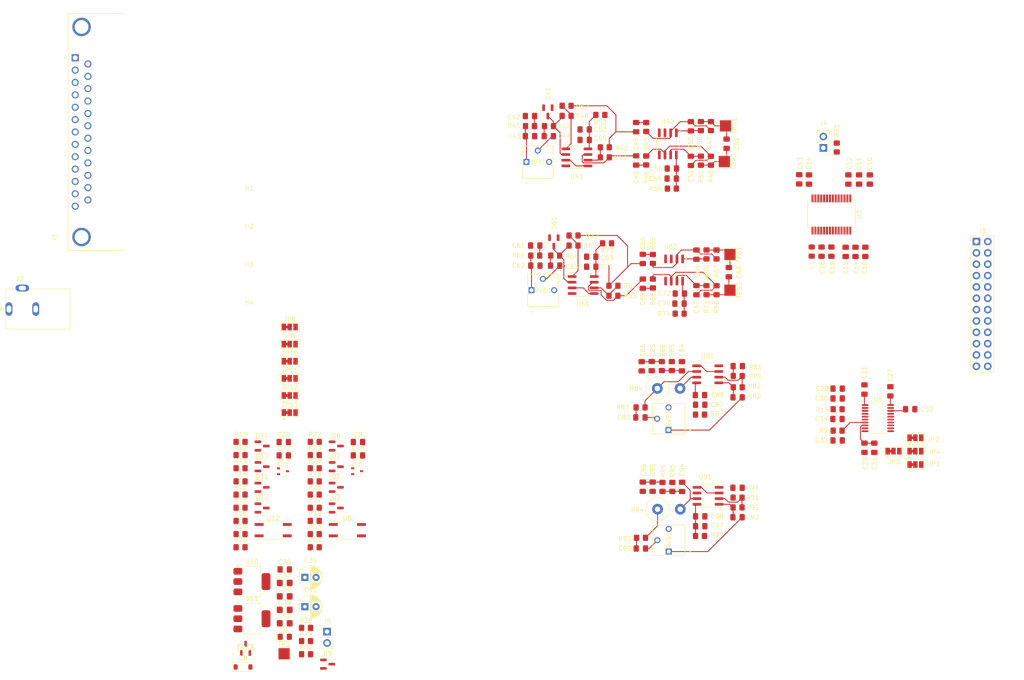
<source format=kicad_pcb>
(kicad_pcb (version 20241229) (generator "pcbnew") (generator_version "9.0")
  (layers (0 "F.Cu" signal) (4 "In1.Cu" signal) (6 "In2.Cu" signal) (2 "B.Cu" signal) (13 "F.Paste" user) (15 "B.Paste" user) (5 "F.SilkS" user "F.Silkscreen") (7 "B.SilkS" user "B.Silkscreen") (1 "F.Mask" user) (3 "B.Mask" user) (25 "Edge.Cuts" user))
  (net 0 "")
  (net 1 "R0_COS")
  (net 2 "GND")
  (net 3 "VREFL")
  (net 4 "R0_VCOM")
  (net 5 "+3.3V")
  (net 6 "R1_VCOM")
  (net 7 "Net-(U3-VREFR)")
  (net 8 "Net-(U3-VCC)")
  (net 9 "R1_CTCSS")
  (net 10 "R1_COS")
  (net 11 "Net-(U5-CAPM)")
  (net 12 "Net-(U5-CAPP)")
  (net 13 "Net-(U5-VNEG)")
  (net 14 "Net-(U5-LDOO)")
  (net 15 "R1_VOUT")
  (net 16 "R0_VOUT")
  (net 17 "+5V")
  (net 18 "VBIAS")
  (net 19 "+12V")
  (net 20 "R0_AUDIO_IN")
  (net 21 "Net-(C42-Pad2)")
  (net 22 "Net-(C43-Pad1)")
  (net 23 "Net-(C44-Pad2)")
  (net 24 "Net-(C44-Pad1)")
  (net 25 "Net-(C45-Pad2)")
  (net 26 "Net-(C45-Pad1)")
  (net 27 "R0_CTCSS")
  (net 28 "Net-(C49-Pad1)")
  (net 29 "Net-(C49-Pad2)")
  (net 30 "Net-(C50-Pad2)")
  (net 31 "Net-(U42A--)")
  (net 32 "Net-(U42B--)")
  (net 33 "Net-(C51-Pad2)")
  (net 34 "R0_VIN-")
  (net 35 "R0_VIN+")
  (net 36 "Net-(U41C-V+)")
  (net 37 "Net-(U42C-V+)")
  (net 38 "R1_AUDIO_IN")
  (net 39 "Net-(C61-Pad2)")
  (net 40 "Net-(C62-Pad1)")
  (net 41 "Net-(C63-Pad1)")
  (net 42 "Net-(C63-Pad2)")
  (net 43 "Net-(C64-Pad2)")
  (net 44 "Net-(C64-Pad1)")
  (net 45 "Net-(C65-Pad2)")
  (net 46 "Net-(C65-Pad1)")
  (net 47 "Net-(U62A--)")
  (net 48 "Net-(C66-Pad2)")
  (net 49 "Net-(C67-Pad2)")
  (net 50 "Net-(U62B--)")
  (net 51 "R1_VIN+")
  (net 52 "R1_VIN-")
  (net 53 "Net-(U61C-V+)")
  (net 54 "Net-(U62C-V+)")
  (net 55 "Net-(C81-Pad2)")
  (net 56 "Net-(C82-Pad1)")
  (net 57 "Net-(C82-Pad2)")
  (net 58 "Net-(C83-Pad1)")
  (net 59 "Net-(C83-Pad2)")
  (net 60 "Net-(C84-Pad2)")
  (net 61 "Net-(C84-Pad1)")
  (net 62 "Net-(C85-Pad1)")
  (net 63 "R0_AUDIO_OUT")
  (net 64 "Net-(U81C-V+)")
  (net 65 "Net-(C91-Pad2)")
  (net 66 "Net-(C92-Pad2)")
  (net 67 "Net-(C92-Pad1)")
  (net 68 "Net-(C93-Pad2)")
  (net 69 "Net-(C93-Pad1)")
  (net 70 "Net-(C94-Pad2)")
  (net 71 "Net-(C94-Pad1)")
  (net 72 "Net-(C95-Pad1)")
  (net 73 "R1_AUDIO_OUT")
  (net 74 "Net-(U91C-V+)")
  (net 76 "Net-(D1-A)")
  (net 77 "R0_PTT")
  (net 79 "Net-(D6-COM)")
  (net 80 "Net-(D7-COM)")
  (net 81 "Net-(J5-Pin_1)")
  (net 82 "Net-(D11-COM)")
  (net 83 "Net-(D12-COM)")
  (net 84 "R1_PTT")
  (net 86 "Net-(D41-COM)")
  (net 87 "Net-(D61-COM)")
  (net 100 "12V_UNFUSED")
  (net 101 "R0_COS_B")
  (net 102 "DAC_DIN")
  (net 104 "DAC_BCK")
  (net 105 "R1_COS_B")
  (net 107 "R1_CTCSS_B")
  (net 109 "ADC_SCK")
  (net 110 "~{ADC_RST}")
  (net 111 "R1_PTT_B")
  (net 113 "R0_PTT_B")
  (net 114 "ADC_BCK")
  (net 115 "DAC_SCK")
  (net 116 "ADC_DOUT")
  (net 117 "R0_CTCSS_B")
  (net 118 "DAC_LRCK")
  (net 119 "ADC_LRCK")
  (net 120 "ADC_HPFBYPASS")
  (net 121 "FLT")
  (net 122 "XSMT")
  (net 123 "DEMP")
  (net 124 "FMT")
  (net 125 "FMT0")
  (net 126 "FMT1")
  (net 127 "S{slash}~{M}")
  (net 128 "OSR0")
  (net 129 "OSR2")
  (net 130 "OSR1")
  (net 131 "Net-(U5-OUTR)")
  (net 132 "Net-(R13-Pad2)")
  (net 133 "Net-(U5-OUTL)")
  (net 134 "Net-(R26-Pad2)")
  (net 135 "Net-(U41B--)")
  (net 136 "Net-(R49-Pad2)")
  (net 137 "Net-(U61B--)")
  (net 138 "Net-(R69-Pad2)")
  (net 139 "Net-(U81A--)")
  (net 140 "Net-(U81B--)")
  (net 141 "Net-(U91A--)")
  (net 142 "Net-(U91B--)")
  (footprint "Connector_PinHeader_2.54mm:PinHeader_1x02_P2.54mm_Vertical" (layer "F.Cu") (at 106.3425 172.225)
    (property "Reference" "J5")
    (property "Value" "Conn_01x02")
  )
  (footprint "Capacitor_SMD:C_0805_2012Metric_Pad1.18x1.45mm_HandSolder" (layer "F.Cu") (at 189.8375 121.4)
    (property "Reference" "C87")
    (property "Value" "10u")
  )
  (footprint "Resistor_SMD:R_0805_2012Metric_Pad1.20x1.40mm_HandSolder" (layer "F.Cu") (at 101.6425 177.275)
    (property "Reference" "R30")
    (property "Value" "10k")
  )
  (footprint "Capacitor_SMD:C_0805_2012Metric_Pad1.18x1.45mm_HandSolder" (layer "F.Cu") (at 232.4 118.4 90)
    (property "Reference" "C27")
    (property "Value" "0.1uF")
  )
  (footprint "Capacitor_SMD:C_0805_2012Metric_Pad1.18x1.45mm_HandSolder" (layer "F.Cu") (at 189.7875 119.25)
    (property "Reference" "C88")
    (property "Value" "0.1u")
  )
  (footprint "Jumper:SolderJumper-3_P1.3mm_Bridged12_Pad1.0x1.5mm" (layer "F.Cu") (at 233.1 131.8)
    (property "Reference" "JP3")
    (property "Value" "SolderJumper_3_Bridged12")
  )
  (footprint "Capacitor_SMD:C_0805_2012Metric_Pad1.18x1.45mm_HandSolder" (layer "F.Cu") (at 179.2 139.7625 -90)
    (property "Reference" "C95")
    (property "Value" "100p")
  )
  (footprint "Capacitor_SMD:C_0805_2012Metric_Pad1.18x1.45mm_HandSolder" (layer "F.Cu") (at 219.2 87.125 -90)
    (property "Reference" "C19")
    (property "Value" "0.1u")
  )
  (footprint "Capacitor_SMD:C_0805_2012Metric_Pad1.18x1.45mm_HandSolder" (layer "F.Cu") (at 236.8375 122.4)
    (property "Reference" "C32")
    (property "Value" "0.1uF")
  )
  (footprint "Resistor_SMD:R_0805_2012Metric_Pad1.20x1.40mm_HandSolder" (layer "F.Cu") (at 159.95 54.45)
    (property "Reference" "R52")
    (property "Value" "1k")
  )
  (footprint "Resistor_SMD:R_0805_2012Metric_Pad1.20x1.40mm_HandSolder" (layer "F.Cu") (at 198.2 144.4 180)
    (property "Reference" "R92")
    (property "Value" "20k")
  )
  (footprint "Resistor_SMD:R_0805_2012Metric_Pad1.20x1.40mm_HandSolder" (layer "F.Cu") (at 167.5 56.5 180)
    (property "Reference" "R53")
    (property "Value" "47")
  )
  (footprint "Capacitor_SMD:C_0805_2012Metric_Pad1.18x1.45mm_HandSolder" (layer "F.Cu") (at 185.8 139.8 -90)
    (property "Reference" "C94")
    (property "Value" "10uF")
  )
  (footprint "Jumper:SolderJumper-3_P1.3mm_Bridged12_Pad1.0x1.5mm" (layer "F.Cu") (at 97.9825 107.83)
    (property "Reference" "JP9")
    (property "Value" "SolderJumper_3_Bridged12")
  )
  (footprint "TestPoint:TestPoint_Pad_2.5x2.5mm" (layer "F.Cu") (at 96.7325 177.165)
    (property "Reference" "TP1")
    (property "Value" "TestPoint")
  )
  (footprint "Package_TO_SOT_SMD:SOT-23" (layer "F.Cu") (at 108.4025 135.275)
    (property "Reference" "D7")
    (property "Value" "BAT54S")
  )
  (footprint "Capacitor_SMD:C_0805_2012Metric_Pad1.18x1.45mm_HandSolder" (layer "F.Cu") (at 212 70.925 90)
    (property "Reference" "C13")
    (property "Value" "10u")
  )
  (footprint "Package_TO_SOT_SMD:SOT-23" (layer "F.Cu") (at 108.4025 130.65)
    (property "Reference" "D6")
    (property "Value" "BAT54S")
  )
  (footprint "Capacitor_SMD:C_0805_2012Metric_Pad1.18x1.45mm_HandSolder" (layer "F.Cu") (at 96.8625 158.305)
    (property "Reference" "C36")
    (property "Value" "10u")
  )
  (footprint "Resistor_SMD:R_0805_2012Metric_Pad1.20x1.40mm_HandSolder" (layer "F.Cu") (at 220.6 122.4)
    (property "Reference" "R15")
    (property "Value" "470")
  )
  (footprint "Capacitor_SMD:C_0805_2012Metric_Pad1.18x1.45mm_HandSolder" (layer "F.Cu") (at 195.75 62.95 90)
    (property "Reference" "C52")
    (property "Value" "0.01u")
  )
  (footprint "Capacitor_SMD:C_0805_2012Metric_Pad1.18x1.45mm_HandSolder" (layer "F.Cu") (at 189 95.75 90)
    (property "Reference" "C67")
    (property "Value" "1800p")
  )
  (footprint "Capacitor_SMD:C_0805_2012Metric_Pad1.18x1.45mm_HandSolder" (layer "F.Cu") (at 177 88.75 90)
    (property "Reference" "C64")
    (property "Value" "4.7u")
  )
  (footprint "Capacitor_SMD:C_0805_2012Metric_Pad1.18x1.45mm_HandSolder" (layer "F.Cu") (at 226.8 87.1625 -90)
    (property "Reference" "C16")
    (property "Value" "1u")
  )
  (footprint "Resistor_SMD:R_0805_2012Metric_Pad1.20x1.40mm_HandSolder" (layer "F.Cu") (at 103.5825 150.375)
    (property "Reference" "R33")
    (property "Value" "4.7k")
  )
  (footprint "bruce-footprints:SOT23-3L_STM" (layer "F.Cu") (at 88.1047 175.9566)
    (property "Reference" "CR11")
    (property "Value" "ESDA14V2LY")
  )
  (footprint "Diode_SMD:D_SOD-123" (layer "F.Cu") (at 87.5275 180.135)
    (property "Reference" "D8")
    (property "Value" "5.1V")
  )
  (footprint "Package_TO_SOT_SMD:SOT-23" (layer "F.Cu") (at 106.4625 179.5)
    (property "Reference" "D9")
    (property "Value" "BAT54C")
  )
  (footprint "Package_TO_SOT_SMD:SOT-223-3_TabPin2" (layer "F.Cu") (at 89.5325 169.325)
    (property "Reference" "U11")
    (property "Value" "NCP1117-3.3_SOT223")
  )
  (footprint "Capacitor_SMD:C_0805_2012Metric_Pad1.18x1.45mm_HandSolder" (layer "F.Cu") (at 185.75 112.7875 -90)
    (property "Reference" "C84")
    (property "Value" "10uF")
  )
  (footprint "Resistor_SMD:R_0805_2012Metric_Pad1.20x1.40mm_HandSolder" (layer "F.Cu") (at 159.95 56.7)
    (property "Reference" "R49")
    (property "Value" "100k")
  )
  (footprint "Resistor_SMD:R_0805_2012Metric_Pad1.20x1.40mm_HandSolder" (layer "F.Cu") (at 86.9825 150.375)
    (property "Reference" "R19")
    (property "Value" "4.7k")
  )
  (footprint "Jumper:SolderJumper-3_P1.3mm_Bridged12_Pad1.0x1.5mm" (layer "F.Cu") (at 238 131.8)
    (property "Reference" "JP4")
    (property "Value" "SolderJumper_3_Bridged12")
  )
  (footprint "Package_TO_SOT_SMD:SOT-23" (layer "F.Cu") (at 155.75 55.8125 -90)
    (property "Reference" "D41")
    (property "Value" "BAT54S")
  )
  (footprint "Package_TO_SOT_SMD:SOT-23" (layer "F.Cu") (at 91.8025 135.275)
    (property "Reference" "D12")
    (property "Value" "BAT54S")
  )
  (footprint "Resistor_SMD:R_0805_2012Metric_Pad1.20x1.40mm_HandSolder" (layer "F.Cu") (at 86.9825 141.525)
    (property "Reference" "R16")
    (property "Value" "4.7k")
  )
  (footprint "Capacitor_THT:CP_Radial_D5.0mm_P2.50mm" (layer "F.Cu") (at 101.382275 166.625)
    (property "Reference" "C41")
    (property "Value" "470u")
  )
  (footprint "Resistor_SMD:R_0805_2012Metric_Pad1.20x1.40mm_HandSolder" (layer "F.Cu") (at 192.25 66.75 -90)
    (property "Reference" "R48")
    (property "Value" "1k")
  )
  (footprint "Resistor_SMD:R_0805_2012Metric_Pad1.20x1.40mm_HandSolder" (layer "F.Cu") (at 168.5 63.75 180)
    (property "Reference" "R42")
    (property "Value" "4.7k")
  )
  (footprint "Capacitor_SMD:C_0805_2012Metric_Pad1.18x1.45mm_HandSolder" (layer "F.Cu") (at 179 112.75 -90)
    (property "Reference" "C85")
    (property "Value" "100p")
  )
  (footprint "Capacitor_SMD:C_0805_2012Metric_Pad1.18x1.45mm_HandSolder" (layer "F.Cu") (at 163.9875 62.1 180)
    (property "Reference" "C55")
    (property "Value" "01.u")
  )
  (footprint "Capacitor_SMD:C_0805_2012Metric_Pad1.18x1.45mm_HandSolder" (layer "F.Cu") (at 177 94.2875 -90)
    (property "Reference" "C65")
    (property "Value" "4.7u")
  )
  (footprint "Package_SO:SOIC-8_3.9x4.9mm_P1.27mm" (layer "F.Cu") (at 184 91.225 -90)
    (property "Reference" "U62")
    (property "Value" "TL072")
  )
  (footprint "Capacitor_SMD:C_0805_2012Metric_Pad1.18x1.45mm_HandSolder" (layer "F.Cu") (at 220.6 120 180)
    (property "Reference" "C30")
    (property "Value" "2.2uF")
  )
  (footprint "Package_TO_SOT_SMD:SOT-23" (layer "F.Cu") (at 157.0875 84.9375 -90)
    (property "Reference" "D61")
    (property "Value" "BAT54S")
  )
  (footprint "Capacitor_SMD:C_0805_2012Metric_Pad1.18x1.45mm_HandSolder" (layer "F.Cu") (at 113.2525 129.755)
    (property "Reference" "C9")
    (property "Value" "100p")
  )
  (footprint "Resistor_SMD:R_0805_2012Metric_Pad1.20x1.40mm_HandSolder" (layer "F.Cu") (at 168.5 66)
    (property "Reference" "R43")
    (property "Value" "4.7k")
  )
  (footprint "bruce-footprints:Power_5.5mm_CUI_PJ-102AH" (layer "F.Cu") (at 41.6475 99.975)
    (property "Reference" "J2")
    (property "Value" "PJ-102AH")
  )
  (footprint "MountingHole:MountingHole_3.5mm" (layer "F.Cu") (at 88.8825 103.055)
    (property "Reference" "H4")
    (property "Value" "MountingHole")
  )
  (footprint "Resistor_SMD:R_0805_2012Metric_Pad1.20x1.40mm_HandSolder" (layer "F.Cu") (at 103.5825 129.725)
    (property "Reference" "R22")
    (property "Value" "2.2k")
  )
  (footprint "bruce-footprints:POT_3362P" (layer "F.Cu") (at 152.095 95.75)
    (property "Reference" "RV61")
    (property "Value" "50k")
  )
  (footprint "Package_SO:SOIC-8_3.9x4.9mm_P1.27mm" (layer "F.Cu") (at 163.65 94.595)
    (property "Reference" "U61")
    (property "Value" "TL072")
  )
  (footprint "Package_SO:SSOP-28_5.3x10.2mm_P0.65mm" (layer "F.Cu") (at 219.2 78.8 -90)
    (property "Reference" "U3")
    (property "Value" "PCM1804DBR")
  )
  (footprint "Resistor_SMD:R_0805_2012Metric_Pad1.20x1.40mm_HandSolder" (layer "F.Cu") (at 86.9825 132.675)
    (property "Reference" "R12")
    (property "Value" "2.2k")
  )
  (footprint "Resistor_SMD:R_0805_2012Metric_Pad1.20x1.40mm_HandSolder" (layer "F.Cu") (at 183.5 73)
    (property "Reference" "R54")
    (property "Value" "47")
  )
  (footprint "Capacitor_SMD:C_0805_2012Metric_Pad1.18x1.45mm_HandSolder" (layer "F.Cu") (at 226.6 131.0375 -90)
    (property "Reference" "C29")
    (property "Value" "0.1uF")
  )
  (footprint "Connector_PinHeader_2.54mm:PinHeader_1x02_P2.54mm_Vertical" (layer "F.Cu") (at 217.4 63.875 180)
    (property "Reference" "J4")
    (property "Value" "Conn_01x02")
  )
  (footprint "Resistor_SMD:R_0805_2012Metric_Pad1.20x1.40mm_HandSolder" (layer "F.Cu") (at 86.9825 144.475)
    (property "Reference" "R17")
    (property "Value" "10k")
  )
  (footprint "Resistor_SMD:R_0805_2012Metric_Pad1.20x1.40mm_HandSolder" (layer "F.Cu") (at 220.4 63.8 -90)
    (property "Reference" "R31")
    (property "Value" "4.7k")
  )
  (footprint "Jumper:SolderJumper-3_P1.3mm_Bridged12_Pad1.0x1.5mm" (layer "F.Cu") (at 97.9825 103.995)
    (property "Reference" "JP8")
    (property "Value" "SolderJumper_3_Bridged12")
  )
  (footprint "Resistor_SMD:R_0805_2012Metric_Pad1.20x1.40mm_HandSolder" (layer "F.Cu") (at 86.9825 138.575)
    (property "Reference" "R14")
    (property "Value" "4.7k")
  )
  (footprint "Resistor_SMD:R_0805_2012Metric_Pad1.20x1.40mm_HandSolder" (layer "F.Cu") (at 189.8 150.8)
    (property "Reference" "R97")
    (property "Value" "47")
  )
  (footprint "Resistor_SMD:R_0805_2012Metric_Pad1.20x1.40mm_HandSolder" (layer "F.Cu") (at 176.5 122)
    (property "Reference" "R83")
    (property "Value" "20k")
  )
  (footprint "bruce-footprints:POT_3362P" (layer "F.Cu") (at 182.75 127.08 90)
    (property "Reference" "RV81")
    (property "Value" "50k")
  )
  (footprint "Resistor_SMD:R_0805_2012Metric_Pad1.20x1.40mm_HandSolder" (layer "F.Cu") (at 220.6 127.2)
    (property "Reference" "R9")
    (property "Value" "470")
  )
  (footprint "TestPoint:TestPoint_Pad_2.5x2.5mm" (layer "F.Cu") (at 195.5 58.95 -90)
    (property "Reference" "TP41")
    (property "Value" "TestPoint")
  )
  (footprint "Capacitor_SMD:C_0805_2012Metric_Pad1.18x1.45mm_HandSolder" (layer "F.Cu") (at 165.4625 88.25 180)
    (property "Reference" "C69")
    (property "Value" "10u")
  )
  (footprint "Resistor_SMD:R_0805_2012Metric_Pad1.20x1.40mm_HandSolder" (layer "F.Cu") (at 151.75 59 180)
    (property "Reference" "R41")
    (property "Value" "1k")
  )
  (footprint "Resistor_SMD:R_0805_2012Metric_Pad1.20x1.40mm_HandSolder" (layer "F.Cu") (at 177.75 66.7 90)
    (property "Reference" "R46")
    (property "Value" "1k")
  )
  (footprint "Capacitor_SMD:C_0805_2012Metric_Pad1.18x1.45mm_HandSolder" (layer "F.Cu") (at 198.2 140 180)
    (property "Reference" "C91")
    (property "Value" "4.7u")
  )
  (footprint "Package_TO_SOT_SMD:SOT-23" (layer "F.Cu") (at 108.4025 139.9)
    (property "Reference" "Q1")
    (property "Value" "MMBT3904")
  )
  (footprint "Capacitor_SMD:C_0805_2012Metric_Pad1.18x1.45mm_HandSolder" (layer "F.Cu") (at 152.9625 90.25)
    (property "Reference" "C62")
    (property "Value" "0.001u")
  )
  (footprint "Resistor_THT:R_Axial_DIN0516_L15.5mm_D5.0mm_P5.08mm_Vertical" (layer "F.Cu") (at 180.31 144.8)
    (property "Reference" "R94")
    (property "Value" "100k")
  )
  (footprint "TestPoint:TestPoint_Pad_2.5x2.5mm" (layer "F.Cu") (at 196.5 87.75 -90)
    (property "Reference" "TP61")
    (property "Value" "TestPoint")
  )
  (footprint "Capacitor_SMD:C_0805_2012Metric_Pad1.18x1.45mm_HandSolder" (layer "F.Cu") (at 226.6 118 90)
    (property "Reference" "C21")
    (property "Value" "0.1uF")
  )
  (footprint "Capacitor_SMD:C_0805_2012Metric_Pad1.18x1.45mm_HandSolder" (layer "F.Cu") (at 163.9875 59.75 180)
    (property "Reference" "C53")
    (property "Value" "10u")
  )
  (footprint "Resistor_SMD:R_0805_2012Metric_Pad1.20x1.40mm_HandSolder" (layer "F.Cu") (at 192.25 59 90)
    (property "Reference" "R47")
    (property "Value" "1k")
  )
  (footprint "Capacitor_SMD:C_0805_2012Metric_Pad1.18x1.45mm_HandSolder" (layer "F.Cu") (at 113.2525 132.765)
    (property "Reference" "C48")
    (property "Value" "100p")
  )
  (footprint "bruce-footprints:CPOL_0805_2012Metric_Pad1.18x1.45mm_HandSolder" (layer "F.Cu") (at 96.8625 167.335)
    (property "Reference" "C39")
    (property "Value" "10u")
  )
  (footprint "Resistor_SMD:R_0805_2012Metric_Pad1.20x1.40mm_HandSolder" (layer "F.Cu") (at 193.5 95.75 -90)
    (property "Reference" "R68")
    (property "Value" "1k")
  )
  (footprint "Jumper:SolderJumper-3_P1.3mm_Bridged12_Pad1.0x1.5mm" (layer "F.Cu") (at 238 128.8)
    (property "Reference" "JP2")
    (property "Value" "SolderJumper_3_Bridged12")
  )
  (footprint "Jumper:SolderJumper-3_P1.3mm_Bridged12_Pad1.0x1.5mm" (layer "F.Cu") (at 97.9825 123.17)
    (property "Reference" "JP13")
    (property "Value" "SolderJumper_3_Bridged12")
  )
  (footprint "TestPoint:TestPoint_Pad_2.5x2.5mm" (layer "F.Cu") (at 195.25 66.95 -90)
    (property "Reference" "TP42")
    (property "Value" "TestPoint")
  )
  (footprint "Resistor_SMD:R_0805_2012Metric_Pad1.20x1.40mm_HandSolder" (layer "F.Cu") (at 185.25 101)
    (property "Reference" "R74")
    (property "Value" "47")
  )
  (footprint "Resistor_SMD:R_0805_2012Metric_Pad1.20x1.40mm_HandSolder" (layer "F.Cu") (at 161.5 83.5)
    (property "Reference" "R72")
    (property "Value" "1k")
  )
  (footprint "bruce-footprints:CPOL_0805_2012Metric_Pad1.18x1.45mm_HandSolder" (layer "F.Cu") (at 96.8625 164.325)
    (property "Reference" "C38")
    (property "Value" "10u")
  )
  (footprint "Capacitor_SMD:C_0805_2012Metric_Pad1.18x1.45mm_HandSolder" (layer "F.Cu") (at 177 139.7625 -90)
    (property "Reference" "C96")
    (property "Value" "10uF")
  )
  (footprint "Package_TO_SOT_SMD:SOT-323_SC-70" (layer "F.Cu") (at 96.4725 136.3)
    (property "Reference" "D13")
    (property "Value" "BAT54W")
  )
  (footprint "Capacitor_SMD:C_0805_2012Metric_Pad1.18x1.45mm_HandSolder" (layer "F.Cu") (at 176.75 112.7875 -90)
    (property "Reference" "C86")
    (property "Value" "10uF")
  )
  (footprint "Resistor_SMD:R_0805_2012Metric_Pad1.20x1.40mm_HandSolder" (layer "F.Cu") (at 176.6 151.2)
    (property "Reference" "R93")
    (property "Value" "20k")
  )
  (footprint "Package_TO_SOT_SMD:SOT-23" (layer "F.Cu") (at 91.8025 144.525)
    (property "Reference" "Q12")
    (property "Value" "MMBT3904")
  )
  (footprint "Capacitor_SMD:C_0805_2012Metric_Pad1.18x1.45mm_HandSolder" (layer "F.Cu") (at 196.25 91.7125 90)
    (property "Reference" "C68")
    (property "Value" "0.01u")
  )
  (footprint "Capacitor_SMD:C_0805_2012Metric_Pad1.18x1.45mm_HandSolder" (layer "F.Cu") (at 220.5625 124.6)
    (property "Reference" "C34")
    (property "Value" "2.2nF")
  )
  (footprint "Resistor_SMD:R_0805_2012Metric_Pad1.20x1.40mm_HandSolder" (layer "F.Cu") (at 103.5825 144.475)
    (property "Reference" "R27")
    (property "Value" "4.7k")
  )
  (footprint "Capacitor_SMD:C_0805_2012Metric_Pad1.18x1.45mm_HandSolder" (layer "F.Cu") (at 228.8 131.0375 -90)
    (property "Reference" "C31")
    (property "Value" "10u")
  )
  (footprint "Capacitor_SMD:C_0805_2012Metric_Pad1.18x1.45mm_HandSolder" (layer "F.Cu") (at 165.4625 90.5 180)
    (property "Reference" "C71")
    (property "Value" "01.u")
  )
  (footprint "MountingHole:MountingHole_3.5mm" (layer "F.Cu") (at 88.8825 94.505)
    (property "Reference" "H3")
    (property "Value" "MountingHole")
  )
  (footprint "Capacitor_SMD:C_0805_2012Metric_Pad1.18x1.45mm_HandSolder" (layer "F.Cu") (at 198.25 112.75 180)
    (property "Reference" "C81")
    (property "Value" "4.7u")
  )
  (footprint "MountingHole:MountingHole_3.5mm" (layer "F.Cu") (at 88.8825 85.955)
    (property "Reference" "H2")
    (property "Value" "MountingHole")
  )
  (footprint "Package_SO:TSSOP-20_4.4x6.5mm_P0.65mm" (layer "F.Cu") (at 229.6 124.4)
    (property "Reference" "U5")
    (property "Value" "PCM5100")
  )
  (footprint "Package_SO:SOIC-8_3.9x4.9mm_P1.27mm" (layer "F.Cu") (at 191.6 141.8 180)
    (property "Reference" "U91")
    (property "Value" "TL072")
  )
  (footprint "Capacitor_SMD:C_0805_2012Metric_Pad1.18x1.45mm_HandSolder" (layer "F.Cu") (at 96.6525 129.755)
    (property "Reference" "C20")
    (property "Value" "100p")
  )
  (footprint "Resistor_SMD:R_0805_2012Metric_Pad1.20x1.40mm_HandSolder" (layer "F.Cu") (at 156 59)
    (property "Reference" "R44")
    (property "Value" "20k")
  )
  (footprint "Package_TO_SOT_SMD:SOT-323_SC-70" (layer "F.Cu") (at 113.0725 136.3)
    (property "Reference" "D3")
    (property "Value" "BAT54W")
  )
  (footprint "Capacitor_THT:CP_Radial_D5.0mm_P2.50mm" (layer "F.Cu") (at 101.382275 160.075)
    (property "Reference" "C35")
    (property "Value" "100uF")
  )
  (footprint "Capacitor_SMD:C_0805_2012Metric_Pad1.18x1.45mm_HandSolder" (layer "F.Cu") (at 183.5 68.5 180)
    (property "Reference" "C56")
    (property "Value" "01.u")
  )
  (footprint "Resistor_SMD:R_0805_2012Metric_Pad1.20x1.40mm_HandSolder" (layer "F.Cu") (at 101.6425 174.325)
    (property "Reference" "R29")
    (property "Value" "10k")
  )
  (footprint "Resistor_SMD:R_0805_2012Metric_Pad1.20x1.40mm_HandSolder" (layer "F.Cu") (at 198.2 142.2)
    (property "Reference" "R91")
    (property "Value" "20k")
  )
  (footprint "MountingHole:MountingHole_3.5mm" (layer "F.Cu") (at 88.8825 77.405)
    (property "Reference" "H1")
    (property "Value" "MountingHole")
  )
  (footprint "Resistor_SMD:R_0805_2012Metric_Pad1.20x1.40mm_HandSolder" (layer "F.Cu") (at 170.425 97)
    (property "Reference" "R63")
    (property "Value" "4.7k")
  )
  (footprint "Package_SO:SO-4_4.4x3.6mm_P2.54mm" (layer "F.Cu") (at 110.8825 149.49)
    (property "Reference" "U8")
    (property "Value" "LTV-356T")
  )
  (footprint "Package_SO:SOIC-8_3.9x4.9mm_P1.27mm" (layer "F.Cu") (at 182.595 62.975 -90)
    (property "Reference" "U42")
    (property "Value" "TL072")
  )
  (footprint "Package_SO:SO-4_4.4x3.6mm_P2.54mm" (layer "F.Cu") (at 94.2825 149.49)
    (property "Reference" "U12")
    (property "Value" "LTV-356T")
  )
  (footprint "TestPoint:TestPoint_Pad_2.5x2.5mm" (layer "F.Cu") (at 196.5 95.75 -90)
    (property "Reference" "TP62")
    (property "Value" "TestPoint")
  )
  (footprint "Resistor_SMD:R_0805_2012Metric_Pad1.20x1.40mm_HandSolder" (layer "F.Cu") (at 157.3875 88)
    (property "Reference" "R64")
    (property "Value" "20k")
  )
  (footprint "Jumper:SolderJumper-3_P1.3mm_Bridged12_Pad1.0x1.5mm" (layer "F.Cu") (at 97.9825 111.665)
    (property "Reference" "JP10")
    (property "Value" "SolderJumper_3_Bridged12")
  )
  (footprint "Resistor_SMD:R_0805_2012Metric_Pad1.20x1.40mm_HandSolder" (layer "F.Cu") (at 181.4 139.8 90)
    (property "Reference" "R96")
    (property "Value" "510")
  )
  (footprint "bruce-footprints:POT_3362P" (layer "F.Cu") (at 150.96 67.0174)
    (property "Reference" "RV41")
    (property "Value" "50k")
  )
  (footprint "Capacitor_SMD:C_0805_2012Metric_Pad1.18x1.45mm_HandSolder" (layer "F.Cu") (at 151.75 56.75)
    (property "Reference" "C42")
    (property "Value" "4.7u")
  )
  (footprint "Inductor_SMD:L_0805_2012Metric_Pad1.15x1.40mm_HandSolder" (layer "F.Cu") (at 214.8 87.1 90)
    (property "Reference" "L1")
    (property "Value" "47u")
  )
  (footprint "Resistor_SMD:R_0805_2012Metric_Pad1.20x1.40mm_HandSolder" (layer "F.Cu") (at 170.425 94.75)
    (property "Reference" "R62")
    (property "Value" "4.7k")
  )
  (footprint "Package_TO_SOT_SMD:SOT-23" (layer "F.Cu") (at 91.8025 139.9)
    (property "Reference" "Q11")
    (property "Value" "MMBT3904")
  )
  (footprint "Package_SO:SOIC-8_3.9x4.9mm_P1.27mm" (layer "F.Cu") (at 162.25 66)
    (property "Reference" "U41")
    (property "Value" "TL072")
  )
  (footprint "Connector_PinHeader_2.54mm:PinHeader_2x12_P2.54mm_Vertical" (layer "F.Cu") (at 251.66 84.86)
    (property "Reference" "J3")
    (property "Value" "Conn_02x12_Odd_Even")
  )
  (footprint "Resistor_SMD:R_0805_2012Metric_Pad1.20x1.40mm_HandSolder" (layer "F.Cu") (at 190 59 90)
    (property "Reference" "R50")
    (property "Value" "47")
  )
  (footprint "bruce-footprints:AMPHENOL_L77SDB25SA4CH4F" (layer "F.Cu") (at 51.4 60.32 90)
    (property "Reference" "J1")
    (property "Value" "DB25_Socket")
  )
  (footprint "Resistor_SMD:R_0805_2012Metric_Pad1.20x1.40mm_HandSolder" (layer "F.Cu") (at 169 85.25 180)
    (property "Reference" "R73")
    (property "Value" "47")
  )
  (footprint "Capacitor_SMD:C_0805_2012Metric_Pad1.18x1.45mm_HandSolder" (layer "F.Cu") (at 217 87.125 -90)
    (property "Reference" "C18")
    (property "Value" "10u")
  )
  (footprint "Capacitor_SMD:C_0805_2012Metric_Pad1.18x1.45mm_HandSolder" (layer "F.Cu") (at 223 70.9625 90)
    (property "Reference" "C12")
    (property "Value" "1u")
  )
  (footprint "Resistor_SMD:R_0805_2012Metric_Pad1.20x1.40mm_HandSolder" (layer "F.Cu") (at 179.25 88.75 -90)
    (property "Reference" "R65")
    (property "Value" "1k")
  )
  (footprint "Jumper:SolderJumper-3_P1.3mm_Bridged12_Pad1.0x1.5mm" (layer "F.Cu") (at 238 134.8)
    (property "Reference" "JP1")
    (property "Value" "SolderJumper_3_Bridged12")
  )
  (footprint "Resistor_SMD:R_0805_2012Metric_Pad1.20x1.40mm_HandSolder" (layer "F.Cu") (at 101.6425 171.375)
    (property "Reference" "R28")
    (property "Value" "100")
  )
  (footprint "Resistor_SMD:R_0805_2012Metric_Pad1.20x1.40mm_HandSolder" (layer "F.Cu") (at 86.9825 129.725)
    (property "Reference" "R11")
    (property "Value" "2.2k")
  )
  (footprint "Capacitor_SMD:C_0805_2012Metric_Pad1.18x1.45mm_HandSolder" (layer "F.Cu") (at 152.925 85.75)
    (property "Reference" "C61")
    (property "Value" "4.7u")
  )
  (footprint "Capacitor_SMD:C_0805_2012Metric_Pad1.18x1.45mm_HandSolder" (layer "F.Cu") (at 220.6 117.8 180)
    (property "Reference" "C28")
    (property "Value" "2.2uF")
  )
  (footprint "Package_TO_SOT_SMD:SOT-223-3_TabPin2" (layer "F.Cu") (at 89.5325 161)
    (property "Reference" "U10")
    (property "Value" "NCP1117-5.0_SOT223")
  )
  (footprint "Capacitor_SMD:C_0805_2012Metric_Pad1.18x1.45mm_HandSolder" (layer "F.Cu") (at 176.4625 124.25 180)
    (property "Reference" "C83")
    (property "Value" "4.7u")
  )
  (footprint "Capacitor_SMD:C_0805_2012Metric_Pad1.18x1.45mm_HandSolder" (layer "F.Cu") (at 175.5 59.2375 90)
    (property "Reference" "C45")
    (property "Value" "4.7u")
  )
  (footprint "Resistor_SMD:R_0805_2012Metric_Pad1.20x1.40mm_HandSolder" (layer "F.Cu") (at 152.925 88 180)
    (property "Reference" "R61")
    (property "Value" "1k")
  )
  (footprint "Capacitor_SMD:C_0805_2012Metric_Pad1.18x1.45mm_HandSolder" (layer "F.Cu") (at 187.75 66.7875 90)
    (property "Reference" "C51")
    (property "Value" "1800p")
  )
  (footprint "Package_TO_SOT_SMD:SOT-23" (layer "F.Cu") (at 91.8025 130.65)
    (property "Reference" "D11")
    (property "Value" "BAT54S")
  )
  (footprint "Capacitor_SMD:C_0805_2012Metric_Pad1.18x1.45mm_HandSolder" (layer "F.Cu") (at 176.5625 153.6 180)
    (property "Reference" "C93")
    (property "Value" "4.7u")
  )
  (footprint "Resistor_SMD:R_0805_2012Metric_Pad1.20x1.40mm_HandSolder" (layer "F.Cu") (at 86.9825 153.325)
    (property "Reference" "R20")
    (property "Value" "4.7k")
  )
  (footprint "Resistor_SMD:R_0805_2012Metric_Pad1.20x1.40mm_HandSolder" (layer "F.Cu") (at 193.5 87.75 90)
    (property "Reference" "R67")
    (property "Value" "1k")
  )
  (footprint "bruce-footprints:POT_3362P" (layer "F.Cu") (at 182.8 154.28 90)
    (property "Reference" "RV91")
    (property "Value" "50k")
  )
  (footprint "Resistor_SMD:R_0805_2012Metric_Pad1.20x1.40mm_HandSolder" (layer "F.Cu") (at 103.5825 138.575)
    (property "Reference" "R25")
    (property "Value" "4.7k")
  )
  (footprint "Capacitor_SMD:C_0805_2012Metric_Pad1.18x1.45mm_HandSolder" (layer "F.Cu") (at 155.9625 61.25)
    (property "Reference" "C44")
    (property "Value" "4.7u")
  )
  (footprint "bruce-footprints:CPOL_0805_2012Metric_Pad1.18x1.45mm_HandSolder" (layer "F.Cu") (at 96.8625 170.345)
    (property "Reference" "C40")
    (property "Value" "10u")
  )
  (footprint "Resistor_SMD:R_0805_2012Metric_Pad1.20x1.40mm_HandSolder" (layer "F.Cu") (at 177.75 59.2 -90)
    (property "Reference" "R45")
    (property "Value" "1k")
  )
  (footprint "Capacitor_SMD:C_0805_2012Metric_Pad1.18x1.45mm_HandSolder" (layer "F.Cu") (at 183.4625 70.75 180)
    (property "Reference" "C54")
    (property "Value" "10u")
  )
  (footprint "Capacitor_SMD:C_0805_2012Metric_Pad1.18x1.45mm_HandSolder" (layer "F.Cu") (at 189.8375 148.6)
    (property "Reference" "C97")
    (property "Value" "10u")
  )
  (footprint "Resistor_SMD:R_0805_2012Metric_Pad1.20x1.40mm_HandSolder" (layer "F.Cu") (at 86.9825 135.625)
    (property "Reference" "R13")
    (property "Value" "200")
  )
  (footprint "Capacitor_SMD:C_0805_2012Metric_Pad1.18x1.45mm_HandSolder" (layer "F.Cu") (at 157.3875 90.25)
    (property "Reference" "C63")
    (property "Value" "4.7u")
  )
  (footprint "Resistor_SMD:R_0805_2012Metric_Pad1.20x1.40mm_HandSolder" (layer "F.Cu") (at 103.5825 153.325)
    (property "Reference" "R34")
    (property "Value" "2.2k")
  )
  (footprint "Resistor_SMD:R_0805_2012Metric_Pad1.20x1.40mm_HandSolder" (layer "F.Cu") (at 103.5825 141.525)
    (property "Reference" "R26")
    (property "Value" "200")
  )
  (footprint "Capacitor_SMD:C_0805_2012Metric_Pad1.18x1.45mm_HandSolder" (layer "F.Cu") (at 175.5 66.7 -90)
    (property "Reference" "C49")
    (property "Value" "4.7u")
  )
  (footprint "Resistor_SMD:R_0805_2012Metric_Pad1.20x1.40mm_HandSolder" (layer "F.Cu") (at 183.5 112.75 90)
    (property "Reference" "R85")
    (property "Value" "10k")
  )
  (footprint "Capacitor_SMD:C_0805_2012Metric_Pad1.18x1.45mm_HandSolder" (layer "F.Cu") (at 189.8375 146.4)
    (property "Reference" "C98")
    (property "Value" "0.1u")
  )
  (footprint "Capacitor_SMD:C_0805_2012Metric_Pad1.18x1.45mm_HandSolder" (layer "F.Cu") (at 224.6 87.1625 -90)
    (property "Reference" "C17")
    (property "Value" "0.1u")
  )
  (footprint "Jumper:SolderJumper-3_P1.3mm_Bridged12_Pad1.0x1.5mm" (layer "F.Cu") (at 97.9825 115.5)
    (property "Reference" "JP11")
    (property "Value" "SolderJumper_3_Bridged12")
  )
  (footprint "Resistor_SMD:R_0805_2012Metric_Pad1.20x1.40mm_HandSolder" (layer "F.Cu") (at 189.8 123.6)
    (property "Reference" "R87")
    (property "Value" "47")
  )
  (footprint "Capacitor_SMD:C_0805_2012Metric_Pad1.18x1.45mm_HandSolder" (layer "F.Cu") (at 214.2 70.9625 90)
    (property "Reference" "C14")
    (property "Value" "0.1u")
  )
  (footprint "Resistor_SMD:R_0805_2012Metric_Pad1.20x1.40mm_HandSolder" (layer "F.Cu") (at 161.5 85.75)
    (property "Reference" "R69")
    (property "Value" "100k")
  )
  (footprint "Package_SO:SOIC-8_3.9x4.9mm_P1.27mm" (layer "F.Cu") (at 191.525 114.595 180)
    (property "Reference" "U81")
    (property "Value" "TL072")
  )
  (footprint "bruce-footprints:CPOL_0805_2012Metric_Pad1.18x1.45mm_HandSolder" (layer "F.Cu") (at 96.8625 161.315)
    (property "Reference" "C37")
    (property "Value" "10u")
  )
  (footprint "Resistor_SMD:R_0805_2012Metric_Pad1.20x1.40mm_HandSolder" (layer "F.Cu") (at 103.5825 147.425)
    (property "Reference" "R32")
    (property "Value" "10k")
  )
  (footprint "Capacitor_SMD:C_0805_2012Metric_Pad1.18x1.45mm_HandSolder" (layer "F.Cu") (at 185.2875 96.5 180)
    (property "Reference" "C72")
    (property "Value" "01.u")
  )
  (footprint "Capacitor_SMD:C_0805_2012Metric_Pad1.18x1.45mm_HandSolder" (layer "F.Cu") (at 227.8 70.9625 90)
    (property "Reference" "C10")
    (property "Value" "1u")
  )
  (footprint "Resistor_SMD:R_0805_2012Metric_Pad1.20x1.40mm_HandSolder" (layer "F.Cu") (at 191.25 95.75 -90)
    (property "Reference" "R71")
    (property "Value" "47")
  )
  (footprint "Resistor_SMD:R_0805_2012Metric_Pad1.20x1.40mm_HandSolder" (layer "F.Cu") (at 183.6 139.8 90)
    (property "Reference" "R95")
    (property "Value" "10k")
  )
  (footprint "Resistor_SMD:R_0805_2012Metric_Pad1.20x1.40mm_HandSolder" (layer "F.Cu") (at 103.5825 135.625)
    (property "Reference" "R24")
    (property "Value" "10k")
  )
  (footprint "Resistor_SMD:R_0805_2012Metric_Pad1.20x1.40mm_HandSolder" (layer "F.Cu") (at 198.25 114.96)
    (property "Reference" "R81")
    (property "Value" "20k")
  )
  (footprint "Capacitor_SMD:C_0805_2012Metric_Pad1.18x1.45mm_HandSolder" (layer "F.Cu") (at 151.75 61.25)
    (property "Reference" "C43")
    (property "Value" "0.001u")
  )
  (footprint "Capacitor_SMD:C_0805_2012Metric_Pad1.18x1.45mm_HandSolder" (layer "F.Cu") (at 187.75 59.0375 -90)
    (property "Reference" "C50")
    (property "Value" "1800p")
  )
  (footprint "Resistor_SMD:R_0805_2012Metric_Pad1.20x1.40mm_HandSolder" (layer "F.Cu") (at 181.25 112.75 90)
    (property "Reference" "R86")
    (property "Value" "510")
  )
  (footprint "Resistor_THT:R_Axial_DIN0516_L15.5mm_D5.0mm_P5.08mm_Vertical" (layer "F.Cu") (at 180.25 117.75)
    (property "Reference" "R84")
    (property "Value" "100k")
  )
  (footprint "Jumper:SolderJumper-3_P1.3mm_Bridged12_Pad1.0x1.5mm" (layer "F.Cu") (at 97.9825 119.335)
    (property "Reference" "JP12")
    (property "Value" "SolderJumper_3_Bridged12")
  )
  (footprint "Resistor_SMD:R_0805_2012Metric_Pad1.20x1.40mm_HandSolder" (layer "F.Cu") (at 191.25 87.75 90)
    (property "Reference" "R70")
    (property "Value" "47")
  )
  (footprint "Resistor_SMD:R_0805_2012Metric_Pad1.20x1.40mm_HandSolder" (layer "F.Cu") (at 86.9825 147.425)
    (property "Reference" "R18")
    (property "Value" "10k")
  )
  (footprint "Capacitor_SMD:C_0805_2012Metric_Pad1.18x1.45mm_HandSolder" (layer "F.Cu") (at 198.2 146.6)
    (property "Reference" "C92")
    (property "Value" "4.7u")
  )
  (footprint "Resistor_SMD:R_0805_2012Metric_Pad1.20x1.40mm_HandSolder" (layer "F.Cu") (at 190 66.75 -90)
    (property "Reference" "R51")
    (property "Value" "47")
  )
  (footprint "Capacitor_SMD:C_0805_2012Metric_Pad1.18x1.45mm_HandSolder" (layer "F.Cu") (at 222.4 87.1625 -90)
    (property "Reference" "C15")
    (property "Value" "1u")
  )
  (footprint "Capacitor_SMD:C_0805_2012Metric_Pad1.18x1.45mm_HandSolder" (layer "F.Cu") (at 220.6 129.4)
    (property "Reference" "C33")
    (property "Value" "2.2nF")
  )
  (footprint "Resistor_SMD:R_0805_2012Metric_Pad1.20x1.40mm_HandSolder" (layer "F.Cu") (at 103.5825 132.675)
    (property "Reference" "R23")
    (property "Value" "4.7k")
  )
  (footprint "Capacitor_SMD:C_0805_2012Metric_Pad1.18x1.45mm_HandSolder" (layer "F.Cu") (at 189 87.7875 -90)
    (property "Reference" "C66")
    (property "Value" "1800p")
  )
  (footprint "Resistor_SMD:R_0805_2012Metric_Pad1.20x1.40mm_HandSolder" (layer "F.Cu") (at 179.25 94.25 90)
    (property "Reference" "R66")
    (property "Value" "1k")
  )
  (footprint "Capacitor_SMD:C_0805_2012Metric_Pad1.18x1.45mm_HandSolder" (layer "F.Cu") (at 225.4 70.9625 90)
    (property "Reference" "C11")
    (property "Value" "0.1u")
  )
  (footprint "Capacitor_SMD:C_0805_2012Metric_Pad1.18x1.45mm_HandSolder" (layer "F.Cu") (at 198.2125 119.75)
    (property "Reference" "C82")
    (property "Value" "4.7u")
  )
  (footprint "Capacitor_SMD:C_0805_2012Metric_Pad1.18x1.45mm_HandSolder" (layer "F.Cu") (at 96.6525 132.765)
    (property "Reference" "C22")
    (property "Value" "100p")
  )
  (footprint "Capacitor_SMD:C_0805_2012Metric_Pad1.18x1.45mm_HandSolder" (layer "F.Cu") (at 185.2125 98.75 180)
    (property "Reference" "C70")
    (property "Value" "10u")
  )
  (footprint "Resistor_SMD:R_0805_2012Metric_Pad1.20x1.40mm_HandSolder" (layer "F.Cu") (at 198.25 117.5 180)
    (property "Reference" "R82")
    (property "Value" "20k")
  )
  (footprint "LED_SMD:LED_0805_2012Metric_Pad1.15x1.40mm_HandSolder" (layer "F.Cu") (at 96.8775 173.37)
    (property "Reference" "D1")
    (property "Value" "Red")
  )
  (footprint "Package_TO_SOT_SMD:SOT-23" (layer "F.Cu") (at 108.4025 144.525)
    (property "Reference" "Q2")
    (property "Value" "MMBT3904")
  )
  (segment (start 225.699 129.099) (end 226.6 130) (width 0.2) (layer "F.Cu") (net 5))
  (segment (start 232.4 119.4375) (end 232.4 121.4125) (width 0.2) (layer "F.Cu") (net 5))
  (segment (start 226.6 121.3375) (end 226.7375 121.475) (width 0.2) (layer "F.Cu") (net 5))
  (segment (start 226.7375 126.025) (end 226.08013 126.025) (width 0.2) (layer "F.Cu") (net 5))
  (segment (start 226.08013 126.025) (end 225.699 126.40613) (width 0.2) (layer "F.Cu") (net 5))
  (segment (start 226.6 119.0375) (end 226.6 121.3375) (width 0.2) (layer "F.Cu") (net 5))
  (segment (start 232.4 121.4125) (end 232.4625 121.475) (width 0.2) (layer "F.Cu") (net 5))
  (segment (start 226.6 130) (end 228.8 130) (width 0.2) (layer "F.Cu") (net 5))
  (segment (start 225.699 126.40613) (end 225.699 129.099) (width 0.2) (layer "F.Cu") (net 5))
  (segment (start 235.425 122.775) (end 235.8 122.4) (width 0.2) (layer "F.Cu") (net 14))
  (segment (start 232.4625 122.775) (end 235.425 122.775) (width 0.2) (layer "F.Cu") (net 14))
  (segment (start 189.05 112.69) (end 190.024999 112.69) (width 0.2) (layer "F.Cu") (net 18))
  (segment (start 160.749999 66.635) (end 162.019999 67.905) (width 0.2) (layer "F.Cu") (net 18))
  (segment (start 189.125 139.895) (end 190.099999 139.895) (width 0.2) (layer "F.Cu") (net 18))
  (segment (start 163.653 95.23) (end 161.175 95.23) (width 0.2) (layer "F.Cu") (net 18))
  (segment (start 159.775 66.635) (end 160.749999 66.635) (width 0.2) (layer "F.Cu") (net 18))
  (segment (start 191.294999 113.96) (end 194 113.96) (width 0.2) (layer "F.Cu") (net 18))
  (segment (start 166.125 96.5) (end 164.923 96.5) (width 0.2) (layer "F.Cu") (net 18))
  (segment (start 190.024999 112.69) (end 191.294999 113.96) (width 0.2) (layer "F.Cu") (net 18))
  (segment (start 190.099999 139.895) (end 191.369999 141.165) (width 0.2) (layer "F.Cu") (net 18))
  (segment (start 191.369999 141.165) (end 194.075 141.165) (width 0.2) (layer "F.Cu") (net 18))
  (segment (start 162.019999 67.905) (end 164.725 67.905) (width 0.2) (layer "F.Cu") (net 18))
  (segment (start 164.923 96.5) (end 163.653 95.23) (width 0.2) (layer "F.Cu") (net 18))
  (segment (start 152.7875 56.75) (end 152.7875 58.9625) (width 0.2) (layer "F.Cu") (net 21))
  (segment (start 152.7875 58.9625) (end 152.75 59) (width 0.2) (layer "F.Cu") (net 21))
  (segment (start 150.7125 59.0375) (end 150.75 59) (width 0.2) (layer "F.Cu") (net 22))
  (segment (start 150.7125 61.25) (end 150.7125 61.7875) (width 0.2) (layer "F.Cu") (net 22))
  (segment (start 150.96 62.035) (end 150.96 67.0174) (width 0.2) (layer "F.Cu") (net 22))
  (segment (start 150.7125 61.7875) (end 150.96 62.035) (width 0.2) (layer "F.Cu") (net 22))
  (segment (start 150.7125 61.25) (end 150.7125 59.0375) (width 0.2) (layer "F.Cu") (net 22))
  (segment (start 153.5 64.4774) (end 156.7274 61.25) (width 0.2) (layer "F.Cu") (net 23))
  (segment (start 156.7274 61.25) (end 157 61.25) (width 0.2) (layer "F.Cu") (net 23))
  (segment (start 154.925 59.075) (end 155 59) (width 0.2) (layer "F.Cu") (net 24))
  (segment (start 154.925 61.25) (end 154.925 59.075) (width 0.2) (layer "F.Cu") (net 24))
  (segment (start 177.75 58.2) (end 175.5 58.2) (width 0.2) (layer "F.Cu") (net 25))
  (segment (start 170.975 56.475) (end 170.975 60.275) (width 0.2) (layer "F.Cu") (net 26))
  (segment (start 170.975 60.275) (end 169.5 61.75) (width 0.2) (layer "F.Cu") (net 26))
  (segment (start 175.5 60.275) (end 170.975 60.275) (width 0.2) (layer "F.Cu") (net 26))
  (segment (start 169.5 61.75) (end 169.5 63.75) (width 0.2) (layer "F.Cu") (net 26))
  (segment (start 168.95 54.45) (end 170.975 56.475) (width 0.2) (layer "F.Cu") (net 26))
  (segment (start 169.5 63) (end 169.5 63.75) (width 0.2) (layer "F.Cu") (net 26))
  (segment (start 160.95 54.45) (end 168.95 54.45) (width 0.2) (layer "F.Cu") (net 26))
  (segment (start 168.264 67.236) (end 169.5 66) (width 0.2) (layer "F.Cu") (net 28))
  (segment (start 163.750001 65.365) (end 163.449 65.666001) (width 0.2) (layer "F.Cu") (net 28))
  (segment (start 169.8375 65.6625) (end 169.5 66) (width 0.2) (layer "F.Cu") (net 28))
  (segment (start 163.709032 67.236) (end 168.264 67.236) (width 0.2) (layer "F.Cu") (net 28))
  (segment (start 163.449 65.666001) (end 163.449 66.975968) (width 0.2) (layer "F.Cu") (net 28))
  (segment (start 164.725 65.365) (end 163.750001 65.365) (width 0.2) (layer "F.Cu") (net 28))
  (segment (start 175.5 65.6625) (end 169.8375 65.6625) (width 0.2) (layer "F.Cu") (net 28))
  (segment (start 163.449 66.975968) (end 163.709032 67.236) (width 0.2) (layer "F.Cu") (net 28))
  (segment (start 177.7125 67.7375) (end 177.75 67.7) (width 0.2) (layer "F.Cu") (net 29))
  (segment (start 175.5 67.7375) (end 177.7125 67.7375) (width 0.2) (layer "F.Cu") (net 29))
  (segment (start 187.75 60.075) (end 184.925 60.075) (width 0.2) (layer "F.Cu") (net 30))
  (segment (start 187.825 60) (end 187.75 60.075) (width 0.2) (layer "F.Cu") (net 30))
  (segment (start 190 60) (end 187.825 60) (width 0.2) (layer "F.Cu") (net 30))
  (segment (start 184.925 60.075) (end 184.5 60.5) (width 0.2) (layer "F.Cu") (net 30))
  (segment (start 182.928999 61.776) (end 183.23 61.474999) (width 0.2) (layer "F.Cu") (net 31))
  (segment (start 177.75 60.2) (end 179.326 61.776) (width 0.2) (layer "F.Cu") (net 31))
  (segment (start 179.326 61.776) (end 182.928999 61.776) (width 0.2) (layer "F.Cu") (net 31))
  (segment (start 188.7 58.95) (end 187.75 58) (width 0.2) (layer "F.Cu") (net 31))
  (segment (start 183.23 60.5) (end 183.23 60.153032) (width 0.2) (layer "F.Cu") (net 31))
  (segment (start 192.25 60) (end 191.2 58.95) (width 0.2) (layer "F.Cu") (net 31))
  (segment (start 183.23 61.474999) (end 183.23 60.5) (width 0.2) (layer "F.Cu") (net 31))
  (segment (start 183.23 60.153032) (end 185.383032 58) (width 0.2) (layer "F.Cu") (net 31))
  (segment (start 191.2 58.95) (end 188.7 58.95) (width 0.2) (layer "F.Cu") (net 31))
  (segment (start 185.383032 58) (end 187.75 58) (width 0.2) (layer "F.Cu") (net 31))
  (segment (start 191.349 66.651) (end 188.924 66.651) (width 0.2) (layer "F.Cu") (net 32))
  (segment (start 188.924 66.651) (end 187.75 67.825) (width 0.2) (layer "F.Cu") (net 32))
  (segment (start 179.276 64.174) (end 177.75 65.7) (width 0.2) (layer "F.Cu") (net 32))
  (segment (start 181.96 65.45) (end 181.96 66.424999) (width 0.2) (layer "F.Cu") (net 32))
  (segment (start 181.96 64.54) (end 181.96 65.45) (width 0.2) (layer "F.Cu") (net 32))
  (segment (start 192.25 65.75) (end 191.349 66.651) (width 0.2) (layer "F.Cu") (net 32))
  (segment (start 181.96 65.103032) (end 181.030968 64.174) (width 0.2) (layer "F.Cu") (net 32))
  (segment (start 183 63.5) (end 181.96 64.54) (width 0.2) (layer "F.Cu") (net 32))
  (segment (start 181.030968 64.174) (end 179.276 64.174) (width 0.2) (layer "F.Cu") (net 32))
  (segment (start 192.25 65.75) (end 190 63.5) (width 0.2) (layer "F.Cu") (net 32))
  (segment (start 190 63.5) (end 183 63.5) (width 0.2) (layer "F.Cu") (net 32))
  (segment (start 181.96 65.45) (end 181.96 65.103032) (width 0.2) (layer "F.Cu") (net 32))
  (segment (start 190 65.75) (end 187.75 65.75) (width 0.2) (layer "F.Cu") (net 33))
  (segment (start 186.174 64.174) (end 183.434 64.174) (width 0.2) (layer "F.Cu") (net 33))
  (segment (start 183.434 64.174) (end 183.23 64.378) (width 0.2) (layer "F.Cu") (net 33))
  (segment (start 187.75 65.75) (end 186.174 64.174) (width 0.2) (layer "F.Cu") (net 33))
  (segment (start 183.23 64.378) (end 183.23 65.45) (width 0.2) (layer "F.Cu") (net 33))
  (segment (start 192.25 58) (end 190 58) (width 0.2) (layer "F.Cu") (net 34))
  (segment (start 195.5 58.95) (end 193.2 58.95) (width 0.2) (layer "F.Cu") (net 34))
  (segment (start 195.75 61.9125) (end 195.75 59.2) (width 0.2) (layer "F.Cu") (net 34))
  (segment (start 195.75 59.2) (end 195.5 58.95) (width 0.2) (layer "F.Cu") (net 34))
  (segment (start 193.2 58.95) (end 192.25 58) (width 0.2) (layer "F.Cu") (net 34))
  (segment (start 192.25 67.75) (end 190 67.75) (width 0.2) (layer "F.Cu") (net 35))
  (segment (start 195.75 63.9875) (end 195.75 66.45) (width 0.2) (layer "F.Cu") (net 35))
  (segment (start 193.05 66.95) (end 192.25 67.75) (width 0.2) (layer "F.Cu") (net 35))
  (segment (start 195.25 66.95) (end 193.05 66.95) (width 0.2) (layer "F.Cu") (net 35))
  (segment (start 195.75 66.45) (end 195.25 66.95) (width 0.2) (layer "F.Cu") (net 35))
  (segment (start 165.025 62.1) (end 165.025 59.75) (width 0.2) (layer "F.Cu") (net 36))
  (segment (start 164.725 64.095) (end 165.025 63.795) (width 0.2) (layer "F.Cu") (net 36))
  (segment (start 165.025 59.75) (end 165.025 57.975) (width 0.2) (layer "F.Cu") (net 36))
  (segment (start 165.025 63.795) (end 165.025 62.1) (width 0.2) (layer "F.Cu") (net 36))
  (segment (start 165.025 57.975) (end 166.5 56.5) (width 0.2) (layer "F.Cu") (net 36))
  (segment (start 184.5 70.75) (end 184.5 73) (width 0.2) (layer "F.Cu") (net 37))
  (segment (start 184.5375 70.7125) (end 184.5 70.75) (width 0.2) (layer "F.Cu") (net 37))
  (segment (start 184.5 68.4625) (end 184.5375 68.5) (width 0.2) (layer "F.Cu") (net 37))
  (segment (start 184.5 65.45) (end 184.5 68.4625) (width 0.2) (layer "F.Cu") (net 37))
  (segment (start 184.5375 68.5) (end 184.5375 70.7125) (width 0.2) (layer "F.Cu") (net 37))
  (segment (start 153.925 88) (end 153.925 85.7875) (width 0.2) (layer "F.Cu") (net 39))
  (segment (start 153.925 85.7875) (end 153.9625 85.75) (width 0.2) (layer "F.Cu") (net 39))
  (segment (start 152.095 95.75) (end 152.095 90.42) (width 0.2) (layer "F.Cu") (net 40))
  (segment (start 152.095 90.42) (end 151.925 90.25) (width 0.2) (layer "F.Cu") (net 40))
  (segment (start 151.925 90.25) (end 151.925 88) (width 0.2) (layer "F.Cu") (net 40))
  (segment (start 156.35 88.0375) (end 156.3875 88) (width 0.2) (layer "F.Cu") (net 41))
  (segment (start 156.35 90.25) (end 156.35 88.0375) (width 0.2) (layer "F.Cu") (net 41))
  (segment (start 154.635 93.21) (end 155.465 93.21) (width 0.2) (layer "F.Cu") (net 42))
  (segment (start 155.465 93.21) (end 158.425 90.25) (width 0.2) (layer "F.Cu") (net 42))
  (segment (start 179.2125 87.7125) (end 179.25 87.75) (width 0.2) (layer "F.Cu") (net 43))
  (segment (start 177 87.7125) (end 179.2125 87.7125) (width 0.2) (layer "F.Cu") (net 43))
  (segment (start 174.3875 89.7875) (end 177 89.7875) (width 0.2) (layer "F.Cu") (net 44))
  (segment (start 169.425 90.25) (end 169.425 94.75) (width 0.2) (layer "F.Cu") (net 44))
  (segment (start 171.25 83.5) (end 173.5875 85.8375) (width 0.2) (layer "F.Cu") (net 44))
  (segment (start 173.5875 90.5875) (end 174.3875 89.7875) (width 0.2) (layer "F.Cu") (net 44))
  (segment (start 173.5875 85.8375) (end 173.5875 90.5875) (width 0.2) (layer "F.Cu") (net 44))
  (segment (start 169.425 94.75) (end 173.5875 90.5875) (width 0.2) (layer "F.Cu") (net 44))
  (segment (start 162.5 83.5) (end 171.25 83.5) (width 0.2) (layer "F.Cu") (net 44))
  (segment (start 177 95.325) (end 179.175 95.325) (width 0.2) (layer "F.Cu") (net 45))
  (segment (start 179.175 95.325) (end 179.25 95.25) (width 0.2) (layer "F.Cu") (net 45))
  (segment (start 171.425 97.38616) (end 171.425 97) (width 0.2) (layer "F.Cu") (net 46))
  (segment (start 164.849 95.638968) (end 165.041032 95.831) (width 0.2) (layer "F.Cu") (net 46))
  (segment (start 164.849 94.889032) (end 164.849 95.638968) (width 0.2) (layer "F.Cu") (net 46))
  (segment (start 167.6889 95.831) (end 167.6889 96.85006) (width 0.2) (layer "F.Cu") (net 46))
  (segment (start 167.6889 96.85006) (end 168.83884 98) (width 0.2) (layer "F.Cu") (net 46))
  (segment (start 165.041032 95.831) (end 167.6889 95.831) (width 0.2) (layer "F.Cu") (net 46))
  (segment (start 170.425 98) (end 171.425 97) (width 0.2) (layer "F.Cu") (net 46))
  (segment (start 168.83884 98) (end 170.425 98) (width 0.2) (layer "F.Cu") (net 46))
  (segment (start 166.125 93.96) (end 165.778032 93.96) (width 0.2) (layer "F.Cu") (net 46))
  (segment (start 173.25 97) (end 177 93.25) (width 0.2) (layer "F.Cu") (net 46))
  (segment (start 165.778032 93.96) (end 164.849 94.889032) (width 0.2) (layer "F.Cu") (net 46))
  (segment (start 171.425 97) (end 173.25 97) (width 0.2) (layer "F.Cu") (net 46))
  (segment (start 179.426 90.676) (end 179.25 90.5) (width 0.2) (layer "F.Cu") (net 47))
  (segment (start 189.901 87.651) (end 192.401 87.651) (width 0.2) (layer "F.Cu") (net 47))
  (segment (start 183.683999 90.676) (end 184.635 89.724999) (width 0.2) (layer "F.Cu") (net 47))
  (segment (start 179.25 90.5) (end 179.25 89.75) (width 0.2) (layer "F.Cu") (net 47))
  (segment (start 192.401 87.651) (end 193.5 88.75) (width 0.2) (layer "F.Cu") (net 47))
  (segment (start 184.635 88.75) (end 184.635 87.775001) (width 0.2) (layer "F.Cu") (net 47))
  (segment (start 184.635 87.775001) (end 185.660001 86.75) (width 0.2) (layer "F.Cu") (net 47))
  (segment (start 189 86.75) (end 189.901 87.651) (width 0.2) (layer "F.Cu") (net 47))
  (segment (start 185.660001 86.75) (end 189 86.75) (width 0.2) (layer "F.Cu") (net 47))
  (segment (start 184.635 89.724999) (end 184.635 88.75) (width 0.2) (layer "F.Cu") (net 47))
  (segment (start 183.683999 90.676) (end 179.426 90.676) (width 0.2) (layer "F.Cu") (net 47))
  (segment (start 189.075 88.75) (end 189 88.825) (width 0.2) (layer "F.Cu") (net 48))
  (segment (start 189 88.825) (end 188.925 88.825) (width 0.2) (layer "F.Cu") (net 48))
  (segment (start 188.85 88.75) (end 185.905 88.75) (width 0.2) (layer "F.Cu") (net 48))
  (segment (start 188.925 88.825) (end 188.85 88.75) (width 0.2) (layer "F.Cu") (net 48))
  (segment (start 191.25 88.75) (end 189.075 88.75) (width 0.2) (layer "F.Cu") (net 48))
  (segment (start 186.7115 92.424) (end 189 94.7125) (width 0.2) (layer "F.Cu") (net 49))
  (segment (start 189 94.7125) (end 191.2125 94.7125) (width 0.2) (layer "F.Cu") (net 49))
  (segment (start 184.936001 92.424) (end 186.7115 92.424) (width 0.2) (layer "F.Cu") (net 49))
  (segment (start 184.635 93.7) (end 184.635 92.725001) (width 0.2) (layer "F.Cu") (net 49))
  (segment (start 191.2125 94.7125) (end 191.25 94.75) (width 0.2) (layer "F.Cu") (net 49))
  (segment (start 184.635 92.725001) (end 184.936001 92.424) (width 0.2) (layer "F.Cu") (net 49))
  (segment (start 179.25 92.5) (end 179.25 93.25) (width 0.2) (layer "F.Cu") (net 50))
  (segment (start 187.5 91.75) (end 184.340001 91.75) (width 0.2) (layer "F.Cu") (net 50))
  (segment (start 184.340001 91.75) (end 183.365 92.725001) (width 0.2) (layer "F.Cu") (net 50))
  (segment (start 190.0375 95.75) (end 192.5 95.75) (width 0.2) (layer "F.Cu") (net 50))
  (segment (start 183.07 92.43) (end 183.001499 92.3615) (width 0.2) (layer "F.Cu") (net 50))
  (segment (start 192.5 95.75) (end 193.5 94.75) (width 0.2) (layer "F.Cu") (net 50))
  (segment (start 183.365 92.725001) (end 183.07 92.43) (width 0.2) (layer "F.Cu") (net 50))
  (segment (start 193.5 94.75) (end 190.5 91.75) (width 0.2) (layer "F.Cu") (net 50))
  (segment (start 183.365 93.7) (end 183.365 94.674999) (width 0.2) (layer "F.Cu") (net 50))
  (segment (start 190.5 91.75) (end 187.5 91.75) (width 0.2) (layer "F.Cu") (net 50))
  (segment (start 189 96.7875) (end 190.0375 95.75) (width 0.2) (layer "F.Cu") (net 50))
  (segment (start 179.5 92.25) (end 179.25 92.5) (width 0.2) (layer "F.Cu") (net 50))
  (segment (start 182.89 92.25) (end 179.5 92.25) (width 0.2) (layer "F.Cu") (net 50))
  (segment (start 183.365 92.725001) (end 183.365 93.7) (width 0.2) (layer "F.Cu") (net 50))
  (segment (start 183.07 92.43) (end 182.89 92.25) (width 0.2) (layer "F.Cu") (net 50))
  (segment (start 196.25 95.5) (end 196.5 95.75) (width 0.2) (layer "F.Cu") (net 51))
  (segment (start 195.5 96.75) (end 196.5 95.75) (width 0.2) (layer "F.Cu") (net 51))
  (segment (start 196.25 92.75) (end 196.25 95.5) (width 0.2) (layer "F.Cu") (net 51))
  (segment (start 193.5 96.75) (end 195.5 96.75) (width 0.2) (layer "F.Cu") (net 51))
  (segment (start 191.25 96.75) (end 193.5 96.75) (width 0.2) (layer "F.Cu") (net 51))
  (segment (start 196.5 87.75) (end 196.5 90.425) (width 0.2) (layer "F.Cu") (net 52))
  (segment (start 196.5 90.425) (end 196.25 90.675) (width 0.2) (layer "F.Cu") (net 52))
  (segment (start 195.5 86.75) (end 196.5 87.75) (width 0.2) (layer "F.Cu") (net 52))
  (segment (start 193.5 86.75) (end 195.5 86.75) (width 0.2) (layer "F.Cu") (net 52))
  (segment (start 191.25 86.75) (end 193.5 86.75) (width 0.2) (layer "F.Cu") (net 52))
  (segment (start 166.5 90.5) (end 166.5 88.25) (width 0.2) (layer "F.Cu") (net 53))
  (segment (start 166.5 92.315) (end 166.5 90.5) (width 0.2) (layer "F.Cu") (net 53))
  (segment (start 166.5 86.75) (end 168 85.25) (width 0.2) (layer "F.Cu") (net 53))
  (segment (start 166.5 88.25) (end 166.5 86.75) (width 0.2) (layer "F.Cu") (net 53))
  (segment (start 166.125 92.69) (end 166.5 92.315) (width 0.2) (layer "F.Cu") (net 53))
  (segment (start 186.25 98.75) (end 186.25 101) (width 0.2) (layer "F.Cu") (net 54))
  (segment (start 186.325 96.5) (end 186.325 96.925) (width 0.2) (layer "F.Cu") (net 54))
  (segment (start 185.905 96.08) (end 186.325 96.5) (width 0.2) (layer "F.Cu") (net 54))
  (segment (start 186.25 97) (end 186.25 98.75) (width 0.2) (layer "F.Cu") (net 54))
  (segment (start 185.905 93.7) (end 185.905 96.08) (width 0.2) (layer "F.Cu") (net 54))
  (segment (start 186.325 96.925) (end 186.25 97) (width 0.2) (layer "F.Cu") (net 54))
  (segment (start 197.25 112.7875) (end 197.2125 112.75) (width 0.2) (layer "F.Cu") (net 55))
  (segment (start 197.25 114.96) (end 197.25 112.7875) (width 0.2) (layer "F.Cu") (net 55))
  (segment (start 197.25 119.675) (end 197.175 119.75) (width 0.2) (layer "F.Cu") (net 56))
  (segment (start 196.25 116.5) (end 197.25 117.5) (width 0.2) (layer "F.Cu") (net 56))
  (segment (start 194 116.5) (end 196.25 116.5) (width 0.2) (layer "F.Cu") (net 56))
  (segment (start 197.25 117.5) (end 197.25 119.675) (width 0.2) (layer "F.Cu") (net 56))
  (segment (start 191.92 127.08) (end 199.25 119.75) (width 0.2) (layer "F.Cu") (net 57))
  (segment (start 182.75 127.08) (end 191.92 127.08) (width 0.2) (layer "F.Cu") (net 57))
  (segment (start 177.5 124.25) (end 179.92 124.25) (width 0.2) (layer "F.Cu") (net 58))
  (segment (start 179.92 124.25) (end 180.21 124.54) (width 0.2) (layer "F.Cu") (net 58))
  (segment (start 175.5 124.175) (end 175.425 124.25) (width 0.2) (layer "F.Cu") (net 59))
  (segment (start 175.5 122) (end 175.5 124.175) (width 0.2) (layer "F.Cu") (net 59))
  (segment (start 181.25 113.75) (end 183.5 113.75) (width 0.2) (layer "F.Cu") (net 60))
  (segment (start 183.5 113.75) (end 185.675 113.75) (width 0.2) (layer "F.Cu") (net 60))
  (segment (start 185.675 113.75) (end 185.75 113.825) (width 0.2) (layer "F.Cu") (net 60))
  (segment (start 188.703032 115.23) (end 189.05 115.23) (width 0.2) (layer "F.Cu") (net 61))
  (segment (start 187.85 115.23) (end 189.05 115.23) (width 0.2) (layer "F.Cu") (net 61))
  (segment (start 185.33 117.75) (end 187.85 115.23) (width 0.2) (layer "F.Cu") (net 61))
  (segment (start 179 111.7125) (end 181.2125 111.7125) (width 0.2) (layer "F.Cu") (net 62))
  (segment (start 176.75 111.75) (end 178.9625 111.75) (width 0.2) (layer "F.Cu") (net 62))
  (segment (start 181.2125 111.7125) (end 181.25 111.75) (width 0.2) (layer "F.Cu") (net 62))
  (segment (start 178.9625 111.75) (end 179 111.7125) (width 0.2) (layer "F.Cu") (net 62))
  (segment (start 189.05 116.5) (end 188.75 116.8) (width 0.2) (layer "F.Cu") (net 64))
  (segment (start 188.75 116.8) (end 188.75 119.25) (width 0.2) (layer "F.Cu") (net 64))
  (segment (start 182.8 154.28) (end 191.5575 154.28) (width 0.2) (layer "F.Cu") (net 66))
  (segment (start 191.5575 154.28) (end 199.2375 146.6) (width 0.2) (layer "F.Cu") (net 66))
  (segment (start 197.2 144.4) (end 197.2 146.5625) (width 0.2) (layer "F.Cu") (net 67))
  (segment (start 194.075 143.705) (end 196.505 143.705) (width 0.2) (layer "F.Cu") (net 67))
  (segment (start 196.505 143.705) (end 197.2 144.4) (width 0.2) (layer "F.Cu") (net 67))
  (segment (start 197.2 146.5625) (end 197.1625 146.6) (width 0.2) (layer "F.Cu") (net 67))
  (segment (start 175.6 151.2) (end 175.6 153.525) (width 0.2) (layer "F.Cu") (net 68))
  (segment (start 175.6 153.525) (end 175.525 153.6) (width 0.2) (layer "F.Cu") (net 68))
  (segment (start 177.6 153.6) (end 178.4 153.6) (width 0.2) (layer "F.Cu") (net 69))
  (segment (start 178.4 153.6) (end 180.26 151.74) (width 0.2) (layer "F.Cu") (net 69))
  (segment (start 183.6 140.8) (end 185.7625 140.8) (width 0.2) (layer "F.Cu") (net 70))
  (segment (start 185.7625 140.8) (end 185.8 140.8375) (width 0.2) (layer "F.Cu") (net 70))
  (segment (start 181.4 140.8) (end 183.6 140.8) (width 0.2) (layer "F.Cu") (net 70))
  (segment (start 187.755 142.435) (end 189.125 142.435) (width 0.2) (layer "F.Cu") (net 71))
  (segment (start 185.39 144.8) (end 187.755 142.435) (width 0.2) (layer "F.Cu") (net 71))
  (segment (start 187.6 142.435) (end 189.125 142.435) (width 0.2) (layer "F.Cu") (net 71))
  (segment (start 185.8 138.7625) (end 187.6 140.5625) (width 0.2) (layer "F.Cu") (net 71))
  (segment (start 187.6 140.5625) (end 187.6 142.435) (width 0.2) (layer "F.Cu") (net 71))
  (segment (start 179.2 138.725) (end 181.325 138.725) (width 0.2) (layer "F.Cu") (net 72))
  (segment (start 181.2 138.8) (end 181.4 138.8) (width 0.2) (layer "F.Cu") (net 72))
  (segment (start 181.325 138.725) (end 181.4 138.8) (width 0.2) (layer "F.Cu") (net 72))
  (segment (start 177 138.725) (end 179.2 138.725) (width 0.2) (layer "F.Cu") (net 72))
  (segment (start 188.8 144.03) (end 188.8 146.4) (width 0.2) (layer "F.Cu") (net 74))
  (segment (start 188.8 146.4) (end 188.8 148.6) (width 0.2) (layer "F.Cu") (net 74))
  (segment (start 188.8 148.6) (end 188.8 150.8) (width 0.2) (layer "F.Cu") (net 74))
  (segment (start 189.125 143.705) (end 188.8 144.03) (width 0.2) (layer "F.Cu") (net 74))
  (segment (start 157 59) (end 158.499 60.499) (width 0.2) (layer "F.Cu") (net 86))
  (segment (start 157 59) (end 158.95 57.05) (width 0.2) (layer "F.Cu") (net 86))
  (segment (start 158.499 60.499) (end 158.499 65.063999) (width 0.2) (layer "F.Cu") (net 86))
  (segment (start 158.95 57.05) (end 158.95 56.7) (width 0.2) (layer "F.Cu") (net 86))
  (segment (start 158 60) (end 157 59) (width 0.2) (layer "F.Cu") (net 86))
  (segment (start 157 58) (end 155.75 56.75) (width 0.2) (layer "F.Cu") (net 86))
  (segment (start 158.499 65.063999) (end 158.800001 65.365) (width 0.2) (layer "F.Cu") (net 86))
  (segment (start 157 59) (end 157 58) (width 0.2) (layer "F.Cu") (net 86))
  (segment (start 158.800001 65.365) (end 159.775 65.365) (width 0.2) (layer "F.Cu") (net 86))
  (segment (start 159.5635 90.25) (end 159.3135 90.5) (width 0.2) (layer "F.Cu") (net 87))
  (segment (start 158.3875 88) (end 159.3135 88.926) (width 0.2) (layer "F.Cu") (net 87))
  (segment (start 159.3135 88.926) (end 159.3135 90.5) (width 0.2) (layer "F.Cu") (net 87))
  (segment (start 159.3135 90.5) (end 159.3135 93.073499) (width 0.2) (layer "F.Cu") (net 87))
  (segment (start 160.5 85.75) (end 158.3875 87.8625) (width 0.2) (layer "F.Cu") (net 87))
  (segment (start 157.0875 86.7) (end 158.3875 88) (width 0.2) (layer "F.Cu") (net 87))
  (segment (start 159.3135 93.073499) (end 160.200001 93.96) (width 0.2) (layer "F.Cu") (net 87))
  (segment (start 160.200001 93.96) (end 161.175 93.96) (width 0.2) (layer "F.Cu") (net 87))
  (segment (start 157.0875 85.875) (end 157.0875 86.7) (width 0.2) (layer "F.Cu") (net 87))
  (segment (start 158.3875 87.8625) (end 158.3875 88) (width 0.2) (layer "F.Cu") (net 87))
  (segment (start 223.425 125.375) (end 226.7375 125.375) (width 0.2) (layer "F.Cu") (net 131))
  (segment (start 221.6 127.2) (end 223.425 125.375) (width 0.2) (layer "F.Cu") (net 131))
  (segment (start 166.865 66.635) (end 167.5 66) (width 0.2) (layer "F.Cu") (net 135))
  (segment (start 164.725 66.635) (end 166.865 66.635) (width 0.2) (layer "F.Cu") (net 135))
  (segment (start 167.5 63.75) (end 167.5 66) (width 0.2) (layer "F.Cu") (net 135))
  (segment (start 160.95 56.7) (end 160.95 56.45) (width 0.2) (layer "F.Cu") (net 136))
  (segment (start 159.775 64.095) (end 160.95 62.92) (width 0.2) (layer "F.Cu") (net 136))
  (segment (start 160.57 56.7) (end 160.95 56.7) (width 0.2) (layer "F.Cu") (net 136))
  (segment (start 160.95 56.45) (end 158.95 54.45) (width 0.2) (layer "F.Cu") (net 136))
  (segment (start 160.95 62.92) (end 160.95 56.7) (width 0.2) (layer "F.Cu") (net 136))
  (segment (start 169.425 96.75) (end 171.425 94.75) (width 0.2) (layer "F.Cu") (net 137))
  (segment (start 169.425 97) (end 169.425 96.75) (width 0.2) (layer "F.Cu") (net 137))
  (segment (start 167.655 95.23) (end 169.425 97) (width 0.2) (layer "F.Cu") (net 137))
  (segment (start 166.125 95.23) (end 167.655 95.23) (width 0.2) (layer "F.Cu") (net 137))
  (segment (start 162.5 91.365) (end 161.175 92.69) (width 0.2) (layer "F.Cu") (net 138))
  (segment (start 162.5 85.75) (end 162.5 85.5) (width 0.2) (layer "F.Cu") (net 138))
  (segment (start 162.5 85.5) (end 160.5 83.5) (width 0.2) (layer "F.Cu") (net 138))
  (segment (start 162.5 85.75) (end 162.5 91.365) (width 0.2) (layer "F.Cu") (net 138))
  (segment (start 199.25 114.96) (end 199.25 117.5) (width 0.2) (layer "F.Cu") (net 139))
  (segment (start 194 115.23) (end 195.39384 115.23) (width 0.2) (layer "F.Cu") (net 139))
  (segment (start 195.39384 115.23) (end 196.12484 115.961) (width 0.2) (layer "F.Cu") (net 139))
  (segment (start 196.12484 115.961) (end 198.249 115.961) (width 0.2) (layer "F.Cu") (net 139))
  (segment (start 198.249 115.961) (end 199.25 114.96) (width 0.2) (layer "F.Cu") (net 139))
  (segment (start 180.25 117.75) (end 177.5 120.5) (width 0.2) (layer "F.Cu") (net 140))
  (segment (start 177.5 120.5) (end 177.5 122) (width 0.2) (layer "F.Cu") (net 140))
  (segment (start 181.751 116.249) (end 180.25 117.75) (width 0.2) (layer "F.Cu") (net 140))
  (segment (start 189.05 113.96) (end 187.21366 113.96) (width 0.2) (layer "F.Cu") (net 140))
  (segment (start 184.92466 116.249) (end 181.751 116.249) (width 0.2) (layer "F.Cu") (net 140))
  (segment (start 187.21366 113.96) (end 184.92466 116.249) (width 0.2) (layer "F.Cu") (net 140))
  (segment (start 195.37884 142.435) (end 196.14484 143.201) (width 0.2) (layer "F.Cu") (net 141))
  (segment (start 196.14484 143.201) (end 198.199 143.201) (width 0.2) (layer "F.Cu") (net 141))
  (segment (start 199.2 142.2) (end 199.2 144.4) (width 0.2) (layer "F.Cu") (net 141))
  (segment (start 198.199 143.201) (end 199.2 142.2) (width 0.2) (layer "F.Cu") (net 141))
  (segment (start 194.075 142.435) (end 195.37884 142.435) (width 0.2) (layer "F.Cu") (net 141))
  (segment (start 180.31 148.49) (end 177.6 151.2) (width 0.2) (layer "F.Cu") (net 142))
  (segment (start 180.31 144.8) (end 180.31 148.49) (width 0.2) (layer "F.Cu") (net 142))
)
</source>
